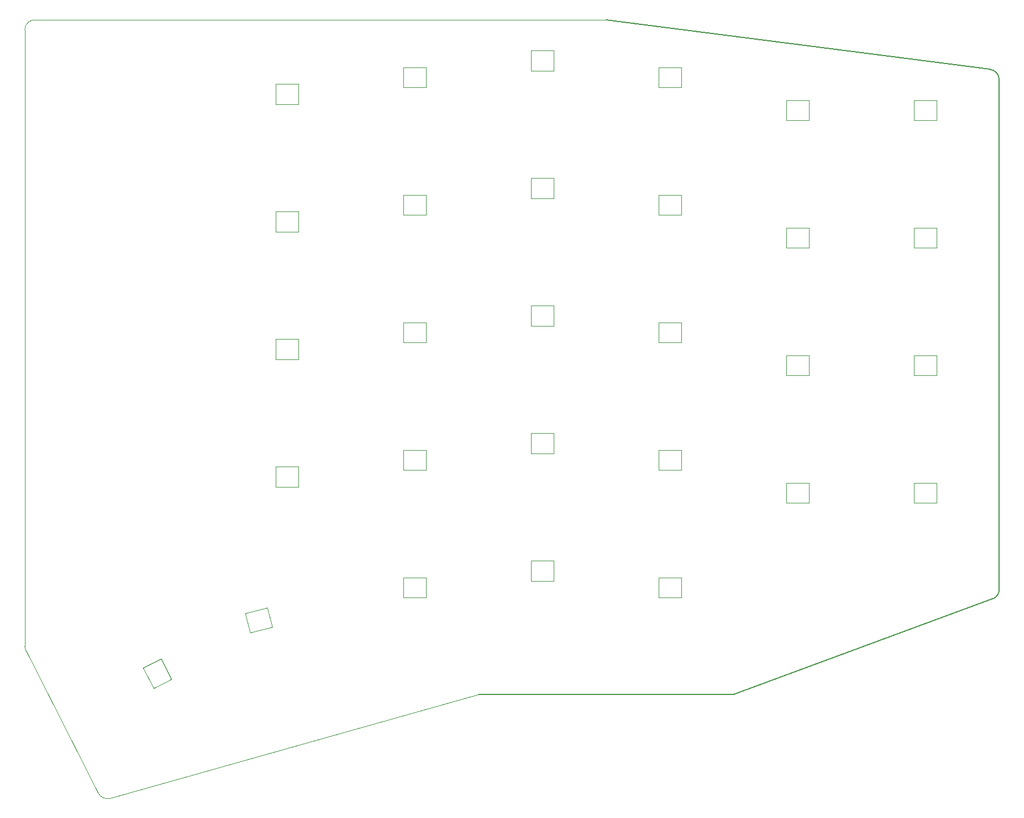
<source format=gm1>
G04 #@! TF.GenerationSoftware,KiCad,Pcbnew,7.0.5-0*
G04 #@! TF.CreationDate,2023-11-13T15:18:19-08:00*
G04 #@! TF.ProjectId,Sofle_Pico,536f666c-655f-4506-9963-6f2e6b696361,rev?*
G04 #@! TF.SameCoordinates,Original*
G04 #@! TF.FileFunction,Profile,NP*
%FSLAX46Y46*%
G04 Gerber Fmt 4.6, Leading zero omitted, Abs format (unit mm)*
G04 Created by KiCad (PCBNEW 7.0.5-0) date 2023-11-13 15:18:19*
%MOMM*%
%LPD*%
G01*
G04 APERTURE LIST*
G04 #@! TA.AperFunction,Profile*
%ADD10C,0.100000*%
G04 #@! TD*
G04 #@! TA.AperFunction,Profile*
%ADD11C,0.150000*%
G04 #@! TD*
G04 APERTURE END LIST*
D10*
X92377684Y-149454622D02*
G75*
G03*
X94110118Y-150220429I1336516J681022D01*
G01*
D11*
X226824843Y-42874865D02*
X226824843Y-119074865D01*
D10*
X94110118Y-150220430D02*
X149124843Y-134724865D01*
X81403244Y-35475249D02*
X81403244Y-127530000D01*
X82903628Y-33974844D02*
G75*
G03*
X81403244Y-35475249I72J-1500456D01*
G01*
D11*
X226824901Y-42874865D02*
G75*
G03*
X225488686Y-41373864I-1511201J-35D01*
G01*
X187224843Y-134724865D02*
X225919106Y-120452127D01*
X149124843Y-134724865D02*
X187224843Y-134724865D01*
X168174843Y-33974865D02*
X225488686Y-41373864D01*
X225919094Y-120452099D02*
G75*
G03*
X226824843Y-119074865I-593994J1377099D01*
G01*
D10*
X81566732Y-128237683D02*
X92377724Y-149454601D01*
X168174843Y-33974865D02*
X82903628Y-33974865D01*
X81403249Y-127530000D02*
G75*
G03*
X81566733Y-128237683I1501751J-25800D01*
G01*
X141300000Y-63120000D02*
X141300000Y-60120000D01*
X137900000Y-63120000D02*
X141300000Y-63120000D01*
X137900000Y-60120000D02*
X141300000Y-60120000D01*
X137900000Y-60120000D02*
X137900000Y-63120000D01*
X160350000Y-79670000D02*
X160350000Y-76670000D01*
X156950000Y-79670000D02*
X160350000Y-79670000D01*
X156950000Y-76670000D02*
X160350000Y-76670000D01*
X156950000Y-76670000D02*
X156950000Y-79670000D01*
X100623682Y-133798333D02*
X103296702Y-132436361D01*
X99080114Y-130768911D02*
X100623682Y-133798333D01*
X101753134Y-129406939D02*
X103296702Y-132436361D01*
X101753134Y-129406939D02*
X99080114Y-130768911D01*
X141300000Y-44070000D02*
X141300000Y-41070000D01*
X137900000Y-44070000D02*
X141300000Y-44070000D01*
X137900000Y-41070000D02*
X141300000Y-41070000D01*
X137900000Y-41070000D02*
X137900000Y-44070000D01*
X198450000Y-68020000D02*
X198450000Y-65020000D01*
X195050000Y-68020000D02*
X198450000Y-68020000D01*
X195050000Y-65020000D02*
X198450000Y-65020000D01*
X195050000Y-65020000D02*
X195050000Y-68020000D01*
X217500000Y-106120000D02*
X217500000Y-103120000D01*
X214100000Y-106120000D02*
X217500000Y-106120000D01*
X214100000Y-103120000D02*
X217500000Y-103120000D01*
X214100000Y-103120000D02*
X214100000Y-106120000D01*
X198450000Y-48970000D02*
X198450000Y-45970000D01*
X195050000Y-48970000D02*
X198450000Y-48970000D01*
X195050000Y-45970000D02*
X198450000Y-45970000D01*
X195050000Y-45970000D02*
X195050000Y-48970000D01*
X179400000Y-101220000D02*
X179400000Y-98220000D01*
X176000000Y-101220000D02*
X179400000Y-101220000D01*
X176000000Y-98220000D02*
X179400000Y-98220000D01*
X176000000Y-98220000D02*
X176000000Y-101220000D01*
X217500000Y-87070000D02*
X217500000Y-84070000D01*
X214100000Y-87070000D02*
X217500000Y-87070000D01*
X214100000Y-84070000D02*
X217500000Y-84070000D01*
X214100000Y-84070000D02*
X214100000Y-87070000D01*
X122250000Y-65620000D02*
X122250000Y-62620000D01*
X118850000Y-65620000D02*
X122250000Y-65620000D01*
X118850000Y-62620000D02*
X122250000Y-62620000D01*
X118850000Y-62620000D02*
X118850000Y-65620000D01*
X217500000Y-48970000D02*
X217500000Y-45970000D01*
X214100000Y-48970000D02*
X217500000Y-48970000D01*
X214100000Y-45970000D02*
X217500000Y-45970000D01*
X214100000Y-45970000D02*
X214100000Y-48970000D01*
X160350000Y-60620000D02*
X160350000Y-57620000D01*
X156950000Y-60620000D02*
X160350000Y-60620000D01*
X156950000Y-57620000D02*
X160350000Y-57620000D01*
X156950000Y-57620000D02*
X156950000Y-60620000D01*
X122250000Y-103720000D02*
X122250000Y-100720000D01*
X118850000Y-103720000D02*
X122250000Y-103720000D01*
X118850000Y-100720000D02*
X122250000Y-100720000D01*
X118850000Y-100720000D02*
X118850000Y-103720000D01*
X122250000Y-84670000D02*
X122250000Y-81670000D01*
X118850000Y-84670000D02*
X122250000Y-84670000D01*
X118850000Y-81670000D02*
X122250000Y-81670000D01*
X118850000Y-81670000D02*
X118850000Y-84670000D01*
X179400000Y-120270000D02*
X179400000Y-117270000D01*
X176000000Y-120270000D02*
X179400000Y-120270000D01*
X176000000Y-117270000D02*
X179400000Y-117270000D01*
X176000000Y-117270000D02*
X176000000Y-120270000D01*
X160350000Y-41570000D02*
X160350000Y-38570000D01*
X156950000Y-41570000D02*
X160350000Y-41570000D01*
X156950000Y-38570000D02*
X160350000Y-38570000D01*
X156950000Y-38570000D02*
X156950000Y-41570000D01*
X198450000Y-87070000D02*
X198450000Y-84070000D01*
X195050000Y-87070000D02*
X198450000Y-87070000D01*
X195050000Y-84070000D02*
X198450000Y-84070000D01*
X195050000Y-84070000D02*
X195050000Y-87070000D01*
X179400000Y-44070000D02*
X179400000Y-41070000D01*
X176000000Y-44070000D02*
X179400000Y-44070000D01*
X176000000Y-41070000D02*
X179400000Y-41070000D01*
X176000000Y-41070000D02*
X176000000Y-44070000D01*
X198450000Y-106120000D02*
X198450000Y-103120000D01*
X195050000Y-106120000D02*
X198450000Y-106120000D01*
X195050000Y-103120000D02*
X198450000Y-103120000D01*
X195050000Y-103120000D02*
X195050000Y-106120000D01*
X141300000Y-101220000D02*
X141300000Y-98220000D01*
X137900000Y-101220000D02*
X141300000Y-101220000D01*
X137900000Y-98220000D02*
X141300000Y-98220000D01*
X137900000Y-98220000D02*
X137900000Y-101220000D01*
X160350000Y-98720000D02*
X160350000Y-95720000D01*
X156950000Y-98720000D02*
X160350000Y-98720000D01*
X156950000Y-95720000D02*
X160350000Y-95720000D01*
X156950000Y-95720000D02*
X156950000Y-98720000D01*
X179400000Y-63120000D02*
X179400000Y-60120000D01*
X176000000Y-63120000D02*
X179400000Y-63120000D01*
X176000000Y-60120000D02*
X179400000Y-60120000D01*
X176000000Y-60120000D02*
X176000000Y-63120000D01*
X141300000Y-82170000D02*
X141300000Y-79170000D01*
X137900000Y-82170000D02*
X141300000Y-82170000D01*
X137900000Y-79170000D02*
X141300000Y-79170000D01*
X137900000Y-79170000D02*
X137900000Y-82170000D01*
X141300000Y-120270000D02*
X141300000Y-117270000D01*
X137900000Y-120270000D02*
X141300000Y-120270000D01*
X137900000Y-117270000D02*
X141300000Y-117270000D01*
X137900000Y-117270000D02*
X137900000Y-120270000D01*
X179400000Y-82170000D02*
X179400000Y-79170000D01*
X176000000Y-82170000D02*
X179400000Y-82170000D01*
X176000000Y-79170000D02*
X179400000Y-79170000D01*
X176000000Y-79170000D02*
X176000000Y-82170000D01*
X122250000Y-46570000D02*
X122250000Y-43570000D01*
X118850000Y-46570000D02*
X122250000Y-46570000D01*
X118850000Y-43570000D02*
X122250000Y-43570000D01*
X118850000Y-43570000D02*
X118850000Y-46570000D01*
X217500000Y-68020000D02*
X217500000Y-65020000D01*
X214100000Y-68020000D02*
X217500000Y-68020000D01*
X214100000Y-65020000D02*
X217500000Y-65020000D01*
X214100000Y-65020000D02*
X214100000Y-68020000D01*
X118354324Y-124646882D02*
X117577867Y-121749105D01*
X115070177Y-125526867D02*
X118354324Y-124646882D01*
X114293720Y-122629090D02*
X117577867Y-121749105D01*
X114293720Y-122629090D02*
X115070177Y-125526867D01*
X160350000Y-117770000D02*
X160350000Y-114770000D01*
X156950000Y-117770000D02*
X160350000Y-117770000D01*
X156950000Y-114770000D02*
X160350000Y-114770000D01*
X156950000Y-114770000D02*
X156950000Y-117770000D01*
M02*

</source>
